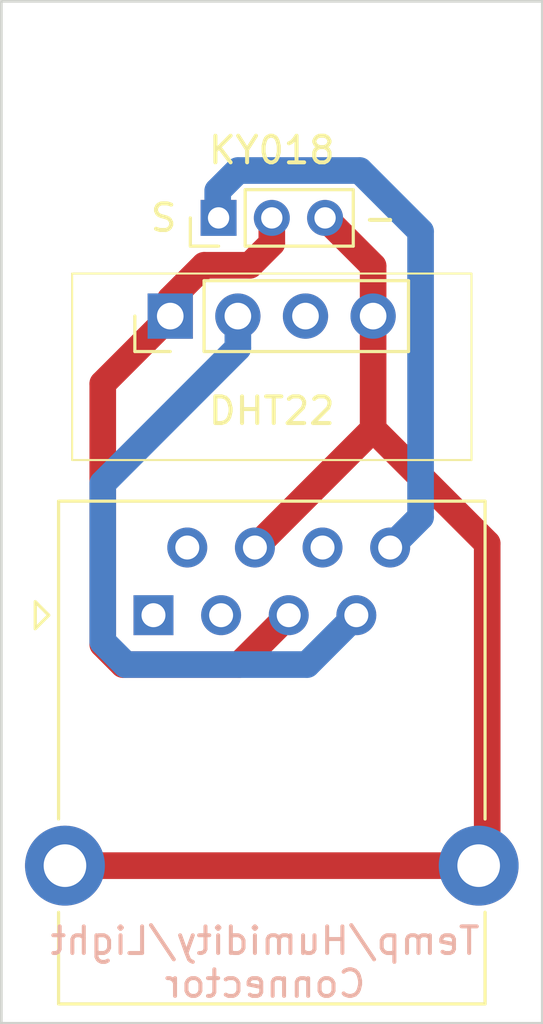
<source format=kicad_pcb>
(kicad_pcb (version 20211014) (generator pcbnew)
  (layers (0 "F.Cu" signal) (31 "B.Cu" signal) (34 "B.Paste" user) (35 "F.Paste" user) (36 "B.SilkS" user "B.Silkscreen") (37 "F.SilkS" user "F.Silkscreen") (38 "B.Mask" user) (39 "F.Mask" user) (44 "Edge.Cuts" user))
  (net 0 "")
  (net 1 "Net-(J3-Pad8)")
  (net 2 "Net-(J3-Pad5)")
  (net 3 "Net-(J3-Pad4)")
  (net 5 "Net-(J3-Pad7)")
  (footprint "Connector_RJ:RJ45_Ninigi_GE" (layer "F.Cu") (at 142.113 72.823)
    (fp_text reference "J3" hide)
    (fp_text value "RJ45_Shielded" hide)
    (fp_line (start -3.933 0) (end -4.441 -0.508) (layer "F.SilkS") (width 0.12))
    (fp_line (start 12.455 14.59) (end -3.565 14.59) (layer "F.SilkS") (width 0.12))
    (fp_line (start 12.455 -4.28) (end -3.565 -4.28) (layer "F.SilkS") (width 0.12))
    (fp_line (start 12.455 -4.28) (end 12.455 7.65) (layer "F.SilkS") (width 0.12))
    (fp_line (start -4.441 -0.508) (end -4.441 0.508) (layer "F.SilkS") (width 0.12))
    (fp_line (start 12.455 11.15) (end 12.455 14.59) (layer "F.SilkS") (width 0.12))
    (fp_line (start -3.565 11.15) (end -3.565 14.59) (layer "F.SilkS") (width 0.12))
    (fp_line (start -4.441 0.508) (end -3.933 0) (layer "F.SilkS") (width 0.12))
    (fp_line (start -3.565 -4.28) (end -3.565 7.65) (layer "F.SilkS") (width 0.12))
    (pad "" np_thru_hole circle (at -1.27 6.35) (size 3.25 3.25) (drill 3.25) (layers *.Cu *.Mask))
    (pad "" np_thru_hole circle (at 10.16 6.35 180) (size 3.25 3.25) (drill 3.25) (layers *.Cu *.Mask))
    (pad "1" thru_hole rect (at 0 0 180) (size 1.5 1.5) (drill 0.9) (layers *.Cu *.Mask))
    (pad "2" thru_hole circle (at 1.27 -2.54 180) (size 1.5 1.5) (drill 0.9) (layers *.Cu *.Mask))
    (pad "3" thru_hole circle (at 2.54 0 180) (size 1.5 1.5) (drill 0.9) (layers *.Cu *.Mask))
    (pad "4" thru_hole circle (at 3.81 -2.54 180) (size 1.5 1.5) (drill 0.9) (layers *.Cu *.Mask) (net 3 "Net-(J3-Pad4)"))
    (pad "5" thru_hole circle (at 5.08 0 180) (size 1.5 1.5) (drill 0.9) (layers *.Cu *.Mask) (net 2 "Net-(J3-Pad5)"))
    (pad "6" thru_hole circle (at 6.35 -2.54 180) (size 1.5 1.5) (drill 0.9) (layers *.Cu *.Mask))
    (pad "7" thru_hole circle (at 7.62 0 180) (size 1.5 1.5) (drill 0.9) (layers *.Cu *.Mask) (net 5 "Net-(J3-Pad7)"))
    (pad "8" thru_hole circle (at 8.89 -2.54 180) (size 1.5 1.5) (drill 0.9) (layers *.Cu *.Mask) (net 1 "Net-(J3-Pad8)"))
    (pad "SH" thru_hole circle (at -3.325 9.4) (size 3 3) (drill 1.6) (layers *.Cu *.Mask) (net 3 "Net-(J3-Pad4)"))
    (pad "SH" thru_hole circle (at 12.215 9.4 180) (size 3 3) (drill 1.6) (layers *.Cu *.Mask) (net 3 "Net-(J3-Pad4)"))
  )
  (footprint "Connector_PinHeader_2.00mm:PinHeader_1x03_P2.00mm_Vertical" (layer "F.Cu") (at 144.558 57.912 90)
    (fp_text reference "J1" hide)
    (fp_text value "KY018" (at 2.54 2 180) (layer "F.SilkS"))
    (fp_line (start -1.06 -1.06) (end 0 -1.06) (layer "F.SilkS") (width 0.12))
    (fp_line (start -1.06 1) (end 1.06 1) (layer "F.SilkS") (width 0.12))
    (fp_line (start -1.06 5.06) (end 1.06 5.06) (layer "F.SilkS") (width 0.12))
    (fp_line (start 1.06 1) (end 1.06 5.06) (layer "F.SilkS") (width 0.12))
    (fp_line (start -1.06 0) (end -1.06 -1.06) (layer "F.SilkS") (width 0.12))
    (fp_line (start -1.06 1) (end -1.06 5.06) (layer "F.SilkS") (width 0.12))
    (pad "1" thru_hole rect (at 0 0 90) (size 1.35 1.35) (drill 0.8) (layers *.Cu *.Mask) (net 1 "Net-(J3-Pad8)"))
    (pad "2" thru_hole oval (at 0 2 90) (size 1.35 1.35) (drill 0.8) (layers *.Cu *.Mask) (net 2 "Net-(J3-Pad5)"))
    (pad "3" thru_hole oval (at 0 4 90) (size 1.35 1.35) (drill 0.8) (layers *.Cu *.Mask) (net 3 "Net-(J3-Pad4)"))
  )
  (footprint "AM2302:AM2302" (layer "F.Cu") (at 146.558 61.6)
    (fp_text reference "J2" hide)
    (fp_text value "DHT22" (at 0 3.556) (layer "F.SilkS"))
    (fp_line (start -2.545218 -1.33254) (end 5.134782 -1.33254) (layer "F.SilkS") (width 0.12))
    (fp_line (start -2.545218 1.32746) (end -2.545218 -1.33254) (layer "F.SilkS") (width 0.12))
    (fp_line (start -7.5 -1.6) (end -7.5 5.4) (layer "F.SilkS") (width 0.0762))
    (fp_line (start -7.5 5.4) (end 7.5 5.4) (layer "F.SilkS") (width 0.0762))
    (fp_line (start 7.5 -1.6) (end 7.5 5.4) (layer "F.SilkS") (width 0.0762))
    (fp_line (start -7.5 -1.6) (end 7.5 -1.6) (layer "F.SilkS") (width 0.0762))
    (fp_line (start 5.134782 1.32746) (end 5.134782 -1.33254) (layer "F.SilkS") (width 0.12))
    (fp_line (start -2.545218 1.32746) (end 5.134782 1.32746) (layer "F.SilkS") (width 0.12))
    (fp_line (start -5.145218 1.32746) (end -5.145218 -0.00254) (layer "F.SilkS") (width 0.12))
    (fp_line (start -3.815218 1.32746) (end -5.145218 1.32746) (layer "F.SilkS") (width 0.12))
    (pad "1" thru_hole rect locked (at -3.815218 -0.00254 270) (size 1.7 1.7) (drill 1) (layers *.Cu *.Mask) (net 2 "Net-(J3-Pad5)"))
    (pad "2" thru_hole oval locked (at -1.275218 -0.00254 90) (size 1.7 1.7) (drill 1) (layers *.Cu *.Mask) (net 5 "Net-(J3-Pad7)"))
    (pad "3" thru_hole oval locked (at 1.264782 -0.00254 90) (size 1.7 1.7) (drill 1) (layers *.Cu *.Mask))
    (pad "4" thru_hole oval locked (at 3.804782 -0.00254 90) (size 1.7 1.7) (drill 1) (layers *.Cu *.Mask) (net 3 "Net-(J3-Pad4)"))
  )
  (gr_line (start 156.718 49.784) (end 156.718 88.138) (layer "Edge.Cuts") (width 0.1))
  (gr_line (start 156.718 88.138) (end 136.398 88.138) (layer "Edge.Cuts") (width 0.1))
  (gr_line (start 136.398 49.784) (end 156.718 49.784) (layer "Edge.Cuts") (width 0.1))
  (gr_line (start 136.398 88.138) (end 136.398 49.784) (layer "Edge.Cuts") (width 0.1))
  (gr_text "Temp/Humidity/Light\nConnector" (at 146.304 85.852) (layer "B.SilkS") (effects (font (size 1 1)) (justify mirror)))
  (gr_text "S" (at 142.494 57.912) (layer "F.SilkS") (effects (font (size 1 1))))
  (gr_text "-" (at 150.622 57.912) (layer "F.SilkS") (effects (font (size 1 1))))
  (segment (start 151.003 70.283) (end 152.146 69.14) (width 1) (layer "B.Cu") (net 1))
  (segment (start 144.526 56.896) (end 144.526 57.88) (width 1) (layer "B.Cu") (net 1))
  (segment (start 149.86 56.134) (end 145.288 56.134) (width 1) (layer "B.Cu") (net 1))
  (segment (start 144.526 57.88) (end 144.558 57.912) (width 1) (layer "B.Cu") (net 1))
  (segment (start 152.146 69.14) (end 152.146 58.42) (width 1) (layer "B.Cu") (net 1))
  (segment (start 152.146 58.42) (end 149.86 56.134) (width 1) (layer "B.Cu") (net 1))
  (segment (start 145.288 56.134) (end 144.526 56.896) (width 1) (layer "B.Cu") (net 1))
  (segment (start 142.742782 61.59746) (end 142.742782 60.965218) (width 1) (layer "F.Cu") (net 2))
  (segment (start 146.558 58.866594) (end 146.558 57.912) (width 1) (layer "F.Cu") (net 2))
  (segment (start 142.742782 60.965218) (end 144.018 59.69) (width 1) (layer "F.Cu") (net 2))
  (segment (start 144.018 59.69) (end 145.734594 59.69) (width 1) (layer "F.Cu") (net 2))
  (segment (start 140.97 74.676) (end 140.208 73.914) (width 1) (layer "F.Cu") (net 2))
  (segment (start 145.34 74.676) (end 140.97 74.676) (width 1) (layer "F.Cu") (net 2))
  (segment (start 147.193 72.823) (end 145.34 74.676) (width 1) (layer "F.Cu") (net 2))
  (segment (start 140.208 73.914) (end 140.208 64.132242) (width 1) (layer "F.Cu") (net 2))
  (segment (start 145.734594 59.69) (end 146.558 58.866594) (width 1) (layer "F.Cu") (net 2))
  (segment (start 140.208 64.132242) (end 142.742782 61.59746) (width 1) (layer "F.Cu") (net 2))
  (segment (start 150.362782 65.843218) (end 145.923 70.283) (width 1) (layer "F.Cu") (net 3))
  (segment (start 150.362782 59.716782) (end 148.558 57.912) (width 1) (layer "F.Cu") (net 3))
  (segment (start 154.648001 70.128437) (end 150.362782 65.843218) (width 1) (layer "F.Cu") (net 3))
  (segment (start 154.648001 81.902999) (end 154.648001 70.128437) (width 1) (layer "F.Cu") (net 3))
  (segment (start 150.362782 61.59746) (end 150.362782 59.716782) (width 1) (layer "F.Cu") (net 3))
  (segment (start 154.328 82.223) (end 154.648001 81.902999) (width 1) (layer "F.Cu") (net 3))
  (segment (start 150.362782 61.59746) (end 150.362782 65.843218) (width 1) (layer "F.Cu") (net 3))
  (segment (start 154.328 82.223) (end 138.788 82.223) (width 1) (layer "F.Cu") (net 3))
  (segment (start 149.733 72.823) (end 147.88 74.676) (width 1) (layer "B.Cu") (net 5))
  (segment (start 140.208 67.874323) (end 145.282782 62.799541) (width 1) (layer "B.Cu") (net 5))
  (segment (start 147.88 74.676) (end 141.066 74.676) (width 1) (layer "B.Cu") (net 5))
  (segment (start 145.282782 62.799541) (end 145.282782 61.59746) (width 1) (layer "B.Cu") (net 5))
  (segment (start 140.208 73.818) (end 140.208 67.874323) (width 1) (layer "B.Cu") (net 5))
  (segment (start 141.066 74.676) (end 140.208 73.818) (width 1) (layer "B.Cu") (net 5))
)
</source>
